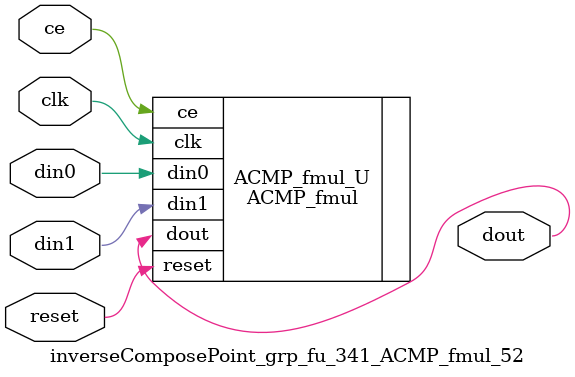
<source format=v>

`timescale 1 ns / 1 ps
module inverseComposePoint_grp_fu_341_ACMP_fmul_52(
    clk,
    reset,
    ce,
    din0,
    din1,
    dout);

parameter ID = 32'd1;
parameter NUM_STAGE = 32'd1;
parameter din0_WIDTH = 32'd1;
parameter din1_WIDTH = 32'd1;
parameter dout_WIDTH = 32'd1;
input clk;
input reset;
input ce;
input[din0_WIDTH - 1:0] din0;
input[din1_WIDTH - 1:0] din1;
output[dout_WIDTH - 1:0] dout;



ACMP_fmul #(
.ID( ID ),
.NUM_STAGE( 4 ),
.din0_WIDTH( din0_WIDTH ),
.din1_WIDTH( din1_WIDTH ),
.dout_WIDTH( dout_WIDTH ))
ACMP_fmul_U(
    .clk( clk ),
    .reset( reset ),
    .ce( ce ),
    .din0( din0 ),
    .din1( din1 ),
    .dout( dout ));

endmodule

</source>
